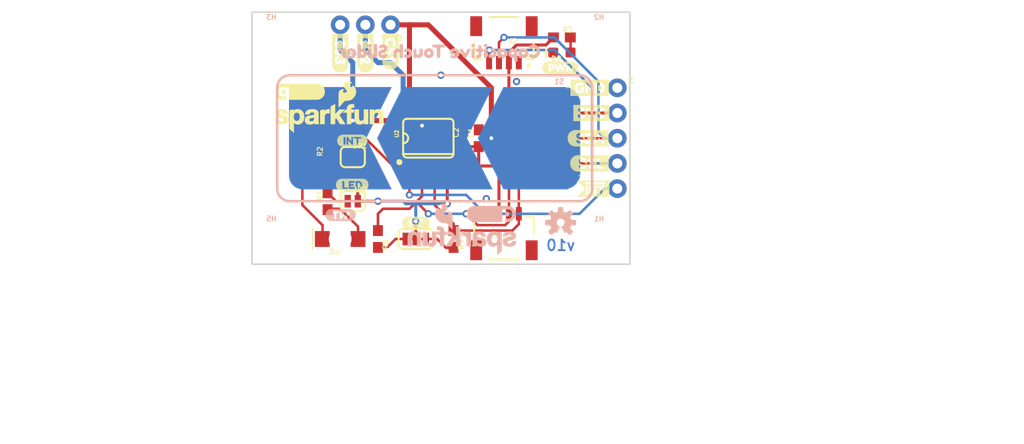
<source format=kicad_pcb>
(kicad_pcb (version 20211014) (generator pcbnew)
  (layers (0 "F.Cu" signal) (31 "B.Cu" signal) (34 "B.Paste" user) (35 "F.Paste" user) (36 "B.SilkS" user "B.Silkscreen") (37 "F.SilkS" user "F.Silkscreen") (38 "B.Mask" user) (39 "F.Mask" user) (44 "Edge.Cuts" user))
  (net 0 "")
  (net 1 "GND")
  (net 2 "3.3V")
  (net 3 "N$1")
  (net 4 "N$3")
  (net 5 "N$6")
  (net 6 "~{INT}")
  (net 7 "N$2")
  (net 8 "SDA")
  (net 9 "SCL")
  (net 10 "CS1")
  (net 11 "CS2")
  (net 12 "CS3")
  (net 13 "N$4")
  (net 14 "N$5")
  (footprint "boardEagle:1X05_NO_SILK" (layer "F.Cu") (at 166.2811 99.9236 -90)
    (fp_text reference "J4" (at -1.27 -1.397 90) (layer "F.SilkS") (effects (font (size 0.512064 0.512064) (thickness 0.097536)) (justify right)))
    (fp_text value "I2C Breakout Pins")
    (pad "1" thru_hole circle (at 0 0) (size 1.8796 1.8796) (drill 1.016) (layers *.Cu *.Mask) (net 1 "GND"))
    (pad "2" thru_hole circle (at 2.54 0) (size 1.8796 1.8796) (drill 1.016) (layers *.Cu *.Mask) (net 2 "3.3V"))
    (pad "3" thru_hole circle (at 5.08 0) (size 1.8796 1.8796) (drill 1.016) (layers *.Cu *.Mask) (net 8 "SDA"))
    (pad "4" thru_hole circle (at 7.62 0) (size 1.8796 1.8796) (drill 1.016) (layers *.Cu *.Mask) (net 9 "SCL"))
    (pad "5" thru_hole circle (at 10.16 0) (size 1.8796 1.8796) (drill 1.016) (layers *.Cu *.Mask) (net 6 "~{INT}"))
  )
  (footprint "boardEagle:0603" (layer "F.Cu") (at 149.7711 115.1636 -90)
    (fp_text reference "R4" (at 0 -0.762 90) (layer "F.SilkS") (effects (font (size 0.512064 0.512064) (thickness 0.097536)) (justify right)))
    (fp_text value "2.2k")
    (pad "1" smd rect (at -0.85 0 270) (size 1.1 1) (layers "F.Cu" "F.Paste" "F.Mask") (net 9 "SCL"))
    (pad "2" smd rect (at 0.85 0 270) (size 1.1 1) (layers "F.Cu" "F.Paste" "F.Mask") (net 13 "N$4"))
  )
  (footprint "boardEagle:INT0" (layer "F.Cu") (at 137.9601 105.2576)
    (fp_text reference "U$14" hide)
    (fp_text value "" hide)
  )
  (footprint "boardEagle:CREATIVE_COMMONS" (layer "F.Cu") (at 124.3711 135.4836)
    (fp_text reference "FRAME1" hide)
    (fp_text value "FRAME-LETTER" hide)
  )
  (footprint "boardEagle:I_SUPER2_C-()-03" (layer "F.Cu") (at 144.5641 113.5126)
    (fp_text reference "U$13" hide)
    (fp_text value "" hide)
  )
  (footprint "boardEagle:CS10" (layer "F.Cu") (at 143.4211 93.9546 -90)
    (fp_text reference "U$10" hide)
    (fp_text value "" hide)
  )
  (footprint "boardEagle:LED-1206-BOTTOM" (layer "F.Cu") (at 138.3411 115.1636 180)
    (fp_text reference "D3" (at 0 -1.27) (layer "F.SilkS") (effects (font (size 0.512064 0.512064) (thickness 0.097536)) (justify right)))
    (fp_text value "Green")
    (pad "" np_thru_hole circle (at 0 0 180) (size 2.3 2.3) (drill 2.3) (layers *.Cu *.Mask))
    (pad "A" smd rect (at -1.8 0 180) (size 1.5 1.6) (layers "F.Cu" "F.Paste" "F.Mask") (net 5 "N$6"))
    (pad "C" smd rect (at 1.8 0 180) (size 1.5 1.6) (layers "F.Cu" "F.Paste" "F.Mask") (net 6 "~{INT}"))
  )
  (footprint "boardEagle:SMT-JUMPER_2_NC_TRACE_SILK" (layer "F.Cu") (at 139.6111 111.3536)
    (fp_text reference "JP2" (at 0 -1.143) (layer "F.SilkS") (effects (font (size 0.512064 0.512064) (thickness 0.097536)) (justify left)))
    (fp_text value "JUMPER-SMT_2_NC_TRACE_SILK")
    (fp_poly (pts (xy -0.2032 0.127) (xy 0.2032 0.127) (xy 0.2032 -0.127) (xy -0.2032 -0.127)) (layer "F.Cu") (width 0) (fill solid))
    (pad "1" smd rect (at -0.508 0) (size 0.635 1.27) (layers "F.Cu" "F.Mask") (net 4 "N$3"))
    (pad "2" smd rect (at 0.508 0) (size 0.635 1.27) (layers "F.Cu" "F.Mask") (net 2 "3.3V"))
  )
  (footprint "boardEagle:PWR-()-03" (layer "F.Cu") (at 158.6611 97.8916)
    (fp_text reference "U$15" hide)
    (fp_text value "" hide)
  )
  (footprint "boardEagle:SO08-TIGHT" (layer "F.Cu") (at 147.2311 105.0036)
    (fp_text reference "U2" (at -3.175 0 90) (layer "F.SilkS") (effects (font (size 0.381 0.381) (thickness 0.2286)) (justify left)))
    (fp_text value "CAP1203")
    (pad "1" smd rect (at -1.905 2.8) (size 0.6 1.2) (layers "F.Cu" "F.Paste" "F.Mask") (net 6 "~{INT}"))
    (pad "2" smd rect (at -0.635 2.8) (size 0.6 1.2) (layers "F.Cu" "F.Paste" "F.Mask") (net 8 "SDA"))
    (pad "3" smd rect (at 0.635 2.8) (size 0.6 1.2) (layers "F.Cu" "F.Paste" "F.Mask") (net 9 "SCL"))
    (pad "4" smd rect (at 1.905 2.8) (size 0.6 1.2) (layers "F.Cu" "F.Paste" "F.Mask") (net 2 "3.3V"))
    (pad "5" smd rect (at 1.905 -2.8) (size 0.6 1.2) (layers "F.Cu" "F.Paste" "F.Mask") (net 1 "GND"))
    (pad "6" smd rect (at 0.635 -2.8) (size 0.6 1.2) (layers "F.Cu" "F.Paste" "F.Mask") (net 12 "CS3"))
    (pad "7" smd rect (at -0.635 -2.8) (size 0.6 1.2) (layers "F.Cu" "F.Paste" "F.Mask") (net 11 "CS2"))
    (pad "8" smd rect (at -1.905 -2.8) (size 0.6 1.2) (layers "F.Cu" "F.Paste" "F.Mask") (net 10 "CS1"))
  )
  (footprint "boardEagle:0603" (layer "F.Cu") (at 142.1511 115.1636 -90)
    (fp_text reference "R5" (at 0 -0.762 90) (layer "F.SilkS") (effects (font (size 0.512064 0.512064) (thickness 0.097536)) (justify right)))
    (fp_text value "2.2k")
    (pad "1" smd rect (at -0.85 0 270) (size 1.1 1) (layers "F.Cu" "F.Paste" "F.Mask") (net 8 "SDA"))
    (pad "2" smd rect (at 0.85 0 270) (size 1.1 1) (layers "F.Cu" "F.Paste" "F.Mask") (net 14 "N$5"))
  )
  (footprint "boardEagle:0603" (layer "F.Cu") (at 137.0711 111.3536 90)
    (fp_text reference "R1" (at 0 -0.762 90) (layer "F.SilkS") (effects (font (size 0.512064 0.512064) (thickness 0.097536)) (justify left)))
    (fp_text value "1k")
    (pad "1" smd rect (at -0.85 0 90) (size 1.1 1) (layers "F.Cu" "F.Paste" "F.Mask") (net 5 "N$6"))
    (pad "2" smd rect (at 0.85 0 90) (size 1.1 1) (layers "F.Cu" "F.Paste" "F.Mask") (net 4 "N$3"))
  )
  (footprint "boardEagle:LED-0603" (layer "F.Cu") (at 160.6931 96.3676 180)
    (fp_text reference "D2" (at 0 -0.635) (layer "F.SilkS") (effects (font (size 0.512064 0.512064) (thickness 0.097536)) (justify right)))
    (fp_text value "RED")
    (pad "A" smd roundrect (at -0.877 0 90) (size 1 1) (layers "F.Cu" "F.Paste" "F.Mask") (roundrect_rratio 0.15) (net 7 "N$2"))
    (pad "C" smd roundrect (at 0.877 0 90) (size 1 1) (layers "F.Cu" "F.Paste" "F.Mask") (roundrect_rratio 0.15) (net 1 "GND"))
  )
  (footprint "boardEagle:SDA4" (layer "F.Cu") (at 161.2011 105.0036)
    (fp_text reference "U$9" hide)
    (fp_text value "" hide)
  )
  (footprint "boardEagle:LED0" (layer "F.Cu") (at 137.8331 109.7026)
    (fp_text reference "U$16" hide)
    (fp_text value "" hide)
  )
  (footprint "boardEagle:JST04_1MM_RA" (layer "F.Cu") (at 154.8511 112.6236)
    (fp_text reference "J1" (at -1.397 2.159) (layer "F.SilkS") (effects (font (size 0.512064 0.512064) (thickness 0.097536)) (justify left)))
    (fp_text value "Qwiic Right Angle")
    (pad "1" smd rect (at -1.5 0) (size 0.6 1.35) (layers "F.Cu" "F.Paste" "F.Mask") (net 1 "GND"))
    (pad "2" smd rect (at -0.5 0) (size 0.6 1.35) (layers "F.Cu" "F.Paste" "F.Mask") (net 2 "3.3V"))
    (pad "3" smd rect (at 0.5 0) (size 0.6 1.35) (layers "F.Cu" "F.Paste" "F.Mask") (net 8 "SDA"))
    (pad "4" smd rect (at 1.5 0) (size 0.6 1.35) (layers "F.Cu" "F.Paste" "F.Mask") (net 9 "SCL"))
    (pad "NC1" smd rect (at 2.8 3.675) (size 1.2 2) (layers "F.Cu" "F.Paste" "F.Mask"))
    (pad "NC2" smd rect (at -2.8 3.675) (size 1.2 2) (layers "F.Cu" "F.Paste" "F.Mask"))
  )
  (footprint "boardEagle:3V3-04" (layer "F.Cu") (at 161.3281 102.4636)
    (fp_text reference "U$1" hide)
    (fp_text value "" hide)
  )
  (footprint "boardEagle:#INT5" (layer "F.Cu") (at 161.9631 110.0836)
    (fp_text reference "U$7" hide)
    (fp_text value "" hide)
  )
  (footprint "boardEagle:SCL3" (layer "F.Cu") (at 161.4551 107.5436)
    (fp_text reference "U$8" hide)
    (fp_text value "" hide)
  )
  (footprint "boardEagle:1X03_NO_SILK" (layer "F.Cu") (at 143.4211 93.5736 180)
    (fp_text reference "J3" (at -1.27 -1.397) (layer "F.SilkS") (effects (font (size 0.512064 0.512064) (thickness 0.097536)) (justify right)))
    (fp_text value "Cap Touch Breakout Pins")
    (pad "1" thru_hole circle (at 0 0 270) (size 1.8796 1.8796) (drill 1.016) (layers *.Cu *.Mask) (net 10 "CS1"))
    (pad "2" thru_hole circle (at 2.54 0 270) (size 1.8796 1.8796) (drill 1.016) (layers *.Cu *.Mask) (net 11 "CS2"))
    (pad "3" thru_hole circle (at 5.08 0 270) (size 1.8796 1.8796) (drill 1.016) (layers *.Cu *.Mask) (net 12 "CS3"))
  )
  (footprint "boardEagle:CS32" (layer "F.Cu") (at 138.3411 93.9546 -90)
    (fp_text reference "U$12" hide)
    (fp_text value "" hide)
  )
  (footprint "boardEagle:CS21" (layer "F.Cu") (at 140.8811 93.9546 -90)
    (fp_text reference "U$11" hide)
    (fp_text value "" hide)
  )
  (footprint "boardEagle:QWIIC_5MM" (layer "F.Cu") (at 134.2771 100.3046)
    (fp_text reference "U$17" hide)
    (fp_text value "QWIIC_LOGO_5MM" hide)
  )
  (footprint "boardEagle:0603" (layer "F.Cu") (at 150.7871 105.0036 90)
    (fp_text reference "C2" (at 0 -0.762 90) (layer "F.SilkS") (effects (font (size 0.512064 0.512064) (thickness 0.097536)) (justify left)))
    (fp_text value "1.0uF")
    (pad "1" smd rect (at -0.85 0 90) (size 1.1 1) (layers "F.Cu" "F.Paste" "F.Mask") (net 2 "3.3V"))
    (pad "2" smd rect (at 0.85 0 90) (size 1.1 1) (layers "F.Cu" "F.Paste" "F.Mask") (net 1 "GND"))
  )
  (footprint "boardEagle:JST04_1MM_RA" (layer "F.Cu") (at 154.8511 97.3836 180)
    (fp_text reference "J2" (at -1.397 2.159) (layer "F.SilkS") (effects (font (size 0.512064 0.512064) (thickness 0.097536)) (justify right)))
    (fp_text value "Qwiic Right Angle")
    (pad "1" smd rect (at -1.5 0 180) (size 0.6 1.35) (layers "F.Cu" "F.Paste" "F.Mask") (net 1 "GND"))
    (pad "2" smd rect (at -0.5 0 180) (size 0.6 1.35) (layers "F.Cu" "F.Paste" "F.Mask") (net 2 "3.3V"))
    (pad "3" smd rect (at 0.5 0 180) (size 0.6 1.35) (layers "F.Cu" "F.Paste" "F.Mask") (net 8 "SDA"))
    (pad "4" smd rect (at 1.5 0 180) (size 0.6 1.35) (layers "F.Cu" "F.Paste" "F.Mask") (net 9 "SCL"))
    (pad "NC1" smd rect (at 2.8 3.675 180) (size 1.2 2) (layers "F.Cu" "F.Paste" "F.Mask"))
    (pad "NC2" smd rect (at -2.8 3.675 180) (size 1.2 2) (layers "F.Cu" "F.Paste" "F.Mask"))
  )
  (footprint "boardEagle:0603" (layer "F.Cu") (at 152.3111 105.0036 90)
    (fp_text reference "C1" (at 0 -0.762 90) (layer "F.SilkS") (effects (font (size 0.512064 0.512064) (thickness 0.097536)) (justify left)))
    (fp_text value "0.1uF")
    (pad "1" smd rect (at -0.85 0 90) (size 1.1 1) (layers "F.Cu" "F.Paste" "F.Mask") (net 2 "3.3V"))
    (pad "2" smd rect (at 0.85 0 90) (size 1.1 1) (layers "F.Cu" "F.Paste" "F.Mask") (net 1 "GND"))
  )
  (footprint "boardEagle:0603" (layer "F.Cu") (at 160.6931 94.8436)
    (fp_text reference "R3" (at 0 -0.762) (layer "F.SilkS") (effects (font (size 0.512064 0.512064) (thickness 0.097536)) (justify left)))
    (fp_text value "1k")
    (pad "1" smd rect (at -0.85 0) (size 1.1 1) (layers "F.Cu" "F.Paste" "F.Mask") (net 2 "3.3V"))
    (pad "2" smd rect (at 0.85 0) (size 1.1 1) (layers "F.Cu" "F.Paste" "F.Mask") (net 7 "N$2"))
  )
  (footprint "boardEagle:GND-04" (layer "F.Cu") (at 161.0741 99.9236)
    (fp_text reference "U$2" hide)
    (fp_text value "" hide)
  )
  (footprint "boardEagle:SMT-JUMPER_3_2-NC_TRACE_SILK" (layer "F.Cu") (at 145.9611 115.1636)
    (fp_text reference "JP3" (at 0 -1.143) (layer "F.SilkS") (effects (font (size 0.512064 0.512064) (thickness 0.097536)) (justify left)))
    (fp_text value "JUMPER-SMT_3_2-NC_TRACE_SILK")
    (fp_poly (pts (xy 0.3048 0.127) (xy 0.7112 0.127) (xy 0.7112 -0.127) (xy 0.3048 -0.127)) (layer "F.Cu") (width 0) (fill solid))
    (fp_poly (pts (xy -0.7112 0.127) (xy -0.3048 0.127) (xy -0.3048 -0.127) (xy -0.7112 -0.127)) (layer "F.Cu") (width 0) (fill solid))
    (pad "1" smd rect (at -1.016 0) (size 0.635 1.27) (layers "F.Cu" "F.Mask") (net 14 "N$5"))
    (pad "2" smd rect (at 0 0) (size 0.635 1.27) (layers "F.Cu" "F.Mask") (net 2 "3.3V"))
    (pad "3" smd rect (at 1.016 0) (size 0.635 1.27) (layers "F.Cu" "F.Mask") (net 13 "N$4"))
  )
  (footprint "boardEagle:SFE_LOGO_NAME_FLAME_.1" (layer "F.Cu") (at 137.3251 102.9716)
    (fp_text reference "LOGO1" hide)
    (fp_text value "SFE_LOGO_NAME_FLAME.1_INCH" hide)
  )
  (footprint "boardEagle:0603" (layer "F.Cu") (at 137.0711 106.9086 90)
    (fp_text reference "R2" (at 0 -0.762 90) (layer "F.SilkS") (effects (font (size 0.512064 0.512064) (thickness 0.097536)) (justify left)))
    (fp_text value "10k")
    (pad "1" smd rect (at -0.85 0 90) (size 1.1 1) (layers "F.Cu" "F.Paste" "F.Mask") (net 6 "~{INT}"))
    (pad "2" smd rect (at 0.85 0 90) (size 1.1 1) (layers "F.Cu" "F.Paste" "F.Mask") (net 3 "N$1"))
  )
  (footprint "boardEagle:SMT-JUMPER_2_NC_TRACE_SILK" (layer "F.Cu") (at 139.6111 106.9086)
    (fp_text reference "JP1" (at 0 -1.143) (layer "F.SilkS") (effects (font (size 0.512064 0.512064) (thickness 0.097536)) (justify left)))
    (fp_text value "JUMPER-SMT_2_NC_TRACE_SILK")
    (fp_poly (pts (xy -0.2032 0.127) (xy 0.2032 0.127) (xy 0.2032 -0.127) (xy -0.2032 -0.127)) (layer "F.Cu") (width 0) (fill solid))
    (pad "1" smd rect (at -0.508 0) (size 0.635 1.27) (layers "F.Cu" "F.Mask") (net 3 "N$1"))
    (pad "2" smd rect (at 0.508 0) (size 0.635 1.27) (layers "F.Cu" "F.Mask") (net 2 "3.3V"))
  )
  (footprint "boardEagle:SFE_LOGO_NAME_FLAME_.1" (layer "B.Cu") (at 150.5331 115.2906 180)
    (fp_text reference "LOGO2" hide)
    (fp_text value "SFE_LOGO_NAME_FLAME.1_INCH" hide)
  )
  (footprint "boardEagle:STAND-OFF" (layer "B.Cu") (at 165.0111 94.8436 180)
    (fp_text reference "H2" (at 0 2.032) (layer "B.SilkS") (effects (font (size 0.512064 0.512064) (thickness 0.097536)) (justify left mirror)))
    (fp_text value "STAND-OFF")
    (pad "" np_thru_hole circle (at 0 0 180) (size 3.302 3.302) (drill 3.302) (layers *.Cu *.Mask))
  )
  (footprint "boardEagle:CAPACITIVE_TOUCH_SLIDER0" (layer "B.Cu") (at 159.6771 96.2406 180)
    (fp_text reference "U$18" hide)
    (fp_text value "" hide)
  )
  (footprint "boardEagle:STAND-OFF" (layer "B.Cu") (at 131.9911 94.8436 180)
    (fp_text reference "H3" (at 0 2.032) (layer "B.SilkS") (effects (font (size 0.512064 0.512064) (thickness 0.097536)) (justify left mirror)))
    (fp_text value "STAND-OFF")
    (pad "" np_thru_hole circle (at 0 0 180) (size 3.302 3.302) (drill 3.302) (layers *.Cu *.Mask))
  )
  (footprint "boardEagle:STAND-OFF" (layer "B.Cu") (at 131.9911 115.1636 180)
    (fp_text reference "H5" (at 0 2.032) (layer "B.SilkS") (effects (font (size 0.512064 0.512064) (thickness 0.097536)) (justify left mirror)))
    (fp_text value "STAND-OFF")
    (pad "" np_thru_hole circle (at 0 0 180) (size 3.302 3.302) (drill 3.302) (layers *.Cu *.Mask))
  )
  (footprint "boardEagle:INT0" (layer "B.Cu") (at 139.9921 112.7506 180)
    (fp_text reference "U$5" hide)
    (fp_text value "" hide)
  )
  (footprint "boardEagle:QWIIC_5MM" (layer "B.Cu") (at 153.5811 112.6236 180)
    (fp_text reference "U$4" hide)
    (fp_text value "QWIIC_LOGO_5MM" hide)
  )
  (footprint "boardEagle:STAND-OFF" (layer "B.Cu") (at 165.0111 115.1636 180)
    (fp_text reference "H1" (at 0 2.032) (layer "B.SilkS") (effects (font (size 0.512064 0.512064) (thickness 0.097536)) (justify left mirror)))
    (fp_text value "STAND-OFF")
    (pad "" np_thru_hole circle (at 0 0 180) (size 3.302 3.302) (drill 3.302) (layers *.Cu *.Mask))
  )
  (footprint "boardEagle:OSHW-LOGO-S" (layer "B.Cu") (at 160.5661 113.5126 180)
    (fp_text reference "LOGO3" hide)
    (fp_text value "OSHW-LOGOS" hide)
  )
  (footprint "boardEagle:CAP_SENSE_SLIDER" (layer "B.Cu") (at 147.2311 105.0036 180)
    (fp_text reference "S1" (at -13.716 5.715) (layer "B.SilkS") (effects (font (size 0.512064 0.512064) (thickness 0.097536)) (justify left mirror)))
    (fp_text value "")
    (fp_poly (pts (xy 12.933815 5.136035) (xy 13.160528 5.075288) (xy 13.373246 4.976095) (xy 13.565508 4.841472) (xy 13.731472 4.675508) (xy 13.866095 4.483246) (xy 13.965288 4.270528) (xy 14.026035 4.043815) (xy 14.0462 3.813327) (xy 14.0462 -3.814155) (xy 14.021132 -4.043348) (xy 13.957213 -4.26727) (xy 13.856519 -4.477237) (xy 13.721921 -4.667262) (xy 13.557262 -4.831921) (xy 13.367237 -4.966519) (xy 13.15727 -5.067213) (xy 12.933348 -5.131132) (xy 12.704155 -5.1562) (xy 3.686706 -5.1562) (xy 6.264806 0) (xy 3.686706 5.1562) (xy 12.703327 5.1562)) (layer "B.Cu") (width 0) (fill solid))
    (fp_poly (pts (xy -4.994806 0) (xy -7.572906 -5.1562) (xy -13.985899 -5.1562) (xy -14.499046 -4.932317) (xy -14.726534 -4.764422) (xy -14.924423 -4.566533) (xy -15.090609 -4.341358) (xy -15.221379 -4.09393) (xy -15.311924 -3.835166) (xy -15.24 -3.809999) (xy -15.1638 -3.809999) (xy -15.1638 -3.7338) (xy -15.3162 -3.7338) (xy -15.3162 3.825899) (xy -15.092317 4.339046) (xy -14.924422 4.566534) (xy -14.726533 4.764423) (xy -14.501358 4.930609) (xy -14.25393 5.061379) (xy -13.995166 5.151924) (xy -13.969999 5.08) (xy -13.969999 5.0038) (xy -13.8938 5.0038) (xy -13.8938 5.1562) (xy -7.572906 5.1562)) (layer "B.Cu") (width 0) (fill solid))
    (fp_poly (pts (xy 5.165194 0) (xy 2.587094 -5.1562) (xy -6.473294 -5.1562) (xy -3.895194 0) (xy -6.473294 5.1562) (xy 2.587094 5.1562)) (layer "B.Cu") (width 0) (fill solid))
    (pad "1" smd rect (at -10.16 0 180) (size 1.27 0.635) (layers "B.Cu") (net 10 "CS1"))
    (pad "2" smd rect (at 0 0 180) (size 1.27 0.635) (layers "B.Cu") (net 11 "CS2"))
    (pad "3" smd rect (at 10.16 0 180) (size 1.27 0.635) (layers "B.Cu") (net 12 "CS3"))
  )
  (gr_arc (start 162.4711 98.6536) (mid 163.369126 99.025574) (end 163.7411 99.9236) (layer "B.SilkS") (width 0.254))
  (gr_arc (start 163.7411 110.0836) (mid 163.369126 110.981626) (end 162.4711 111.3536) (layer "B.SilkS") (width 0.254))
  (gr_line (start 162.4711 111.3536) (end 133.2611 111.3536) (layer "B.SilkS") (width 0.254))
  (gr_arc (start 131.9911 99.9236) (mid 132.363074 99.025574) (end 133.2611 98.6536) (layer "B.SilkS") (width 0.254))
  (gr_line (start 133.2611 98.6536) (end 162.4711 98.6536) (layer "B.SilkS") (width 0.254))
  (gr_line (start 131.9911 110.0836) (end 131.9911 99.9236) (layer "B.SilkS") (width 0.254))
  (gr_arc (start 133.2611 111.3536) (mid 132.363074 110.981626) (end 131.9911 110.0836) (layer "B.SilkS") (width 0.254))
  (gr_line (start 163.7411 99.9236) (end 163.7411 110.0836) (layer "B.SilkS") (width 0.254))
  (gr_line (start 129.4511 92.3036) (end 129.4511 117.7036) (layer "Edge.Cuts") (width 0.1524))
  (gr_line (start 167.5511 117.7036) (end 129.4511 117.7036) (layer "Edge.Cuts") (width 0.1524))
  (gr_line (start 167.5511 117.7036) (end 167.5511 92.3036) (layer "Edge.Cuts") (width 0.1524))
  (gr_line (start 167.5511 92.3036) (end 129.4511 92.3036) (layer "Edge.Cuts") (width 0.1524))
  (gr_text "v10" (at 160.5661 115.7986) (layer "B.Cu") (effects (font (size 1.0795 1.0795) (thickness 0.1905)) (justify mirror)))
  (via (at 148.5011 98.6536) (size 0.7366) (drill 0.381) (layers "F.Cu" "B.Cu") (net 1))
  (via (at 153.0731 111.0996) (size 0.7366) (drill 0.381) (layers "F.Cu" "B.Cu") (net 1))
  (via (at 156.1211 99.2886) (size 0.7366) (drill 0.381) (layers "F.Cu" "B.Cu") (net 1))
  (segment (start 152.3051 105.8596) (end 152.3051 107.8036) (width 0.3048) (layer "F.Cu") (net 2))
  (segment (start 154.7911 107.8036) (end 155.3511 107.2436) (width 0.3048) (layer "F.Cu") (net 2))
  (segment (start 159.0811 95.6056) (end 156.1211 95.6056) (width 0.3048) (layer "F.Cu") (net 2))
  (segment (start 154.3431 107.8036) (end 154.7911 107.8036) (width 0.3048) (layer "F.Cu") (net 2))
  (segment (start 150.7871 105.8536) (end 152.3111 105.8536) (width 0.3048) (layer "F.Cu") (net 2))
  (segment (start 154.3511 112.6236) (end 154.3511 107.8116) (width 0.3048) (layer "F.Cu") (net 2))
  (segment (start 152.3111 105.8536) (end 152.3051 105.8596) (width 0.3048) (layer "F.Cu") (net 2))
  (segment (start 152.3051 107.8036) (end 149.1361 107.8036) (width 0.3048) (layer "F.Cu") (net 2))
  (segment (start 140.1191 111.3536) (end 142.1511 111.3536) (width 0.3048) (layer "F.Cu") (net 2))
  (segment (start 156.1211 95.6056) (end 155.3511 96.3756) (width 0.3048) (layer "F.Cu") (net 2))
  (segment (start 154.3511 107.8116) (end 154.3431 107.8036) (width 0.3048) (layer "F.Cu") (net 2))
  (segment (start 140.1191 106.9086) (end 140.1191 111.3536) (width 0.3048) (layer "F.Cu") (net 2))
  (segment (start 155.3511 96.3756) (end 155.3511 97.3836) (width 0.3048) (layer "F.Cu") (net 2))
  (segment (start 155.3511 102.4636) (end 155.3511 107.2436) (width 0.3048) (layer "F.Cu") (net 2))
  (segment (start 152.3051 107.8036) (end 154.3431 107.8036) (width 0.3048) (layer "F.Cu") (net 2))
  (segment (start 166.2811 102.4636) (end 155.3511 102.4636) (width 0.3048) (layer "F.Cu") (net 2))
  (segment (start 159.8431 94.8436) (end 159.0811 95.6056) (width 0.3048) (layer "F.Cu") (net 2))
  (segment (start 145.9611 113.3856) (end 145.9611 115.1636) (width 0.3048) (layer "F.Cu") (net 2))
  (segment (start 155.3511 97.3836) (end 155.3511 102.4636) (width 0.3048) (layer "F.Cu") (net 2))
  (segment (start 149.1361 107.8036) (end 149.1361 111.6076) (width 0.3048) (layer "F.Cu") (net 2))
  (via (at 145.9611 113.3856) (size 0.7366) (drill 0.381) (layers "F.Cu" "B.Cu") (net 2))
  (via (at 149.1361 111.6076) (size 0.7366) (drill 0.381) (layers "F.Cu" "B.Cu") (net 2))
  (via (at 142.1511 111.3536) (size 0.7366) (drill 0.381) (layers "F.Cu" "B.Cu") (net 2))
  (segment (start 144.6911 111.3536) (end 142.1511 111.3536) (width 0.3048) (layer "B.Cu") (net 2))
  (segment (start 145.9611 111.6076) (end 145.9611 113.3856) (width 0.3048) (layer "B.Cu") (net 2))
  (segment (start 149.1361 111.6076) (end 145.9611 111.6076) (width 0.3048) (layer "B.Cu") (net 2))
  (segment (start 145.9611 111.6076) (end 144.9451 111.6076) (width 0.3048) (layer "B.Cu") (net 2))
  (segment (start 144.9451 111.6076) (end 144.6911 111.3536) (width 0.3048) (layer "B.Cu") (net 2))
  (segment (start 137.9211 106.9086) (end 137.0711 106.0586) (width 0.254) (layer "F.Cu") (net 3))
  (segment (start 139.1031 106.9086) (end 137.9211 106.9086) (width 0.254) (layer "F.Cu") (net 3))
  (segment (start 139.1031 111.3536) (end 137.9211 111.3536) (width 0.254) (layer "F.Cu") (net 4))
  (segment (start 137.9211 111.3536) (end 137.0711 110.5036) (width 0.254) (layer "F.Cu") (net 4))
  (segment (start 140.1411 113.9156) (end 140.1411 115.1636) (width 0.254) (layer "F.Cu") (net 5))
  (segment (start 138.3411 112.1156) (end 137.1591 112.1156) (width 0.254) (layer "F.Cu") (net 5))
  (segment (start 140.1411 113.9156) (end 138.3411 112.1156) (width 0.254) (layer "F.Cu") (net 5))
  (segment (start 137.1591 112.1156) (end 137.0711 112.2036) (width 0.254) (layer "F.Cu") (net 5))
  (segment (start 140.8811 105.0036) (end 143.6811 107.8036) (width 0.254) (layer "F.Cu") (net 6))
  (segment (start 136.5631 115.1416) (end 136.5411 115.1636) (width 0.254) (layer "F.Cu") (net 6))
  (segment (start 134.5311 111.7346) (end 136.5631 113.7666) (width 0.254) (layer "F.Cu") (net 6))
  (segment (start 134.5311 107.7586) (end 134.5311 111.7346) (width 0.254) (layer "F.Cu") (net 6))
  (segment (start 137.0711 107.7586) (end 134.5311 107.7586) (width 0.254) (layer "F.Cu") (net 6))
  (segment (start 134.5311 106.2736) (end 134.5311 107.7586) (width 0.254) (layer "F.Cu") (net 6))
  (segment (start 140.8811 105.0036) (end 135.8011 105.0036) (width 0.254) (layer "F.Cu") (net 6))
  (segment (start 145.3261 107.8036) (end 143.6811 107.8036) (width 0.254) (layer "F.Cu") (net 6))
  (segment (start 136.5631 113.7666) (end 136.5631 115.1416) (width 0.254) (layer "F.Cu") (net 6))
  (segment (start 145.3261 110.7186) (end 145.3261 107.8036) (width 0.254) (layer "F.Cu") (net 6))
  (segment (start 135.8011 105.0036) (end 134.5311 106.2736) (width 0.254) (layer "F.Cu") (net 6))
  (via (at 145.3261 110.7186) (size 0.7366) (drill 0.381) (layers "F.Cu" "B.Cu") (net 6))
  (segment (start 152.9461 112.6236) (end 151.0411 110.7186) (width 0.254) (layer "B.Cu") (net 6))
  (segment (start 151.0411 110.7186) (end 145.3261 110.7186) (width 0.254) (layer "B.Cu") (net 6))
  (segment (start 166.2811 110.0836) (end 165.0111 110.0836) (width 0.254) (layer "B.Cu") (net 6))
  (segment (start 165.0111 110.0836) (end 162.4711 112.6236) (width 0.254) (layer "B.Cu") (net 6))
  (segment (start 162.4711 112.6236) (end 152.9461 112.6236) (width 0.254) (layer "B.Cu") (net 6))
  (segment (start 161.5701 94.8706) (end 161.5701 96.3676) (width 0.254) (layer "F.Cu") (net 7))
  (segment (start 161.5431 94.8436) (end 161.5701 94.8706) (width 0.254) (layer "F.Cu") (net 7))
  (segment (start 142.6591 112.1156) (end 142.1511 112.6236) (width 0.254) (layer "F.Cu") (net 8))
  (segment (start 155.3511 112.6236) (end 155.3511 113.3936) (width 0.254) (layer "F.Cu") (net 8))
  (segment (start 154.9781 113.7666) (end 152.1841 113.7666) (width 0.254) (layer "F.Cu") (net 8))
  (segment (start 155.3591 112.6156) (end 155.3511 112.6236) (width 0.254) (layer "F.Cu") (net 8))
  (segment (start 146.0246 111.4171) (end 146.5961 110.8456) (width 0.254) (layer "F.Cu") (net 8))
  (segment (start 154.3511 97.3836) (end 154.3511 95.3436) (width 0.254) (layer "F.Cu") (net 8))
  (segment (start 146.5961 110.8456) (end 146.5961 107.8036) (width 0.254) (layer "F.Cu") (net 8))
  (segment (start 155.3511 113.3936) (end 154.9781 113.7666) (width 0.254) (layer "F.Cu") (net 8))
  (segment (start 152.1841 113.7666) (end 151.0411 112.6236) (width 0.254) (layer "F.Cu") (net 8))
  (segment (start 159.9311 105.0036) (end 155.3591 109.5756) (width 0.254) (layer "F.Cu") (net 8))
  (segment (start 142.6591 112.1156) (end 145.3261 112.1156) (width 0.254) (layer "F.Cu") (net 8))
  (segment (start 166.2811 105.0036) (end 159.9311 105.0036) (width 0.254) (layer "F.Cu") (net 8))
  (segment (start 142.1511 112.6236) (end 142.1511 114.3136) (width 0.254) (layer "F.Cu") (net 8))
  (segment (start 154.3511 95.3436) (end 154.8511 94.8436) (width 0.254) (layer "F.Cu") (net 8))
  (segment (start 147.2311 112.6236) (end 146.0246 111.4171) (width 0.254) (layer "F.Cu") (net 8))
  (segment (start 145.3261 112.1156) (end 146.0246 111.4171) (width 0.254) (layer "F.Cu") (net 8))
  (segment (start 155.3591 109.5756) (end 155.3591 112.6156) (width 0.254) (layer "F.Cu") (net 8))
  (via (at 147.2311 112.6236) (size 0.7366) (drill 0.381) (layers "F.Cu" "B.Cu") (net 8))
  (via (at 154.8511 94.8436) (size 0.7366) (drill 0.381) (layers "F.Cu" "B.Cu") (net 8))
  (via (at 151.0411 112.6236) (size 0.7366) (drill 0.381) (layers "F.Cu" "B.Cu") (net 8))
  (segment (start 159.9311 94.8436) (end 164.3761 99.2886) (width 0.254) (layer "B.Cu") (net 8))
  (segment (start 151.0411 112.6236) (end 147.2311 112.6236) (width 0.254) (layer "B.Cu") (net 8))
  (segment (start 154.8511 94.8436) (end 159.9311 94.8436) (width 0.254) (layer "B.Cu") (net 8))
  (segment (start 164.3761 99.2886) (end 164.3761 104.3686) (width 0.254) (layer "B.Cu") (net 8))
  (segment (start 164.3761 104.3686) (end 165.0111 105.0036) (width 0.254) (layer "B.Cu") (net 8))
  (segment (start 165.0111 105.0036) (end 166.2811 105.0036) (width 0.254) (layer "B.Cu") (net 8))
  (segment (start 155.7011 114.3136) (end 149.7711 114.3136) (width 0.254) (layer "F.Cu") (net 9))
  (segment (start 156.3511 112.6236) (end 156.3511 113.6636) (width 0.254) (layer "F.Cu") (net 9))
  (segment (start 153.3511 96.1405) (end 153.3511 97.3836) (width 0.254) (layer "F.Cu") (net 9))
  (segment (start 166.2811 107.5436) (end 158.6611 107.5436) (width 0.254) (layer "F.Cu") (net 9))
  (segment (start 156.3511 113.6636) (end 155.7011 114.3136) (width 0.254) (layer "F.Cu") (net 9))
  (segment (start 147.8661 111.7346) (end 149.7711 113.6396) (width 0.254) (layer "F.Cu") (net 9))
  (segment (start 147.8661 107.8036) (end 147.8661 111.7346) (width 0.254) (layer "F.Cu") (net 9))
  (segment (start 156.3511 109.8536) (end 156.3511 112.6236) (width 0.254) (layer "F.Cu") (net 9))
  (segment (start 158.6611 107.5436) (end 156.3511 109.8536) (width 0.254) (layer "F.Cu") (net 9))
  (segment (start 153.378 96.1136) (end 153.3511 96.1405) (width 0.254) (layer "F.Cu") (net 9))
  (segment (start 149.7711 113.6396) (end 149.7711 114.3136) (width 0.254) (layer "F.Cu") (net 9))
  (via (at 153.378 96.1136) (size 0.7366) (drill 0.381) (layers "F.Cu" "B.Cu") (net 9))
  (segment (start 163.7411 99.9236) (end 159.9311 96.1136) (width 0.254) (layer "B.Cu") (net 9))
  (segment (start 163.7411 107.5436) (end 163.7411 99.9236) (width 0.254) (layer "B.Cu") (net 9))
  (segment (start 166.2811 107.5436) (end 163.7411 107.5436) (width 0.254) (layer "B.Cu") (net 9))
  (segment (start 159.9311 96.1136) (end 153.378 96.1136) (width 0.254) (layer "B.Cu") (net 9))
  (segment (start 145.3261 93.5736) (end 143.4211 93.5736) (width 0.508) (layer "F.Cu") (net 10))
  (segment (start 147.2311 93.5736) (end 153.5811 99.9236) (width 0.508) (layer "F.Cu") (net 10))
  (segment (start 145.3261 93.5736) (end 147.2311 93.5736) (width 0.508) (layer "F.Cu") (net 10))
  (segment (start 153.5811 99.9236) (end 153.5811 105.0036) (width 0.508) (layer "F.Cu") (net 10))
  (segment (start 145.3261 102.2036) (end 145.3261 93.5736) (width 0.508) (layer "F.Cu") (net 10))
  (via (at 153.5811 105.0036) (size 0.7366) (drill 0.381) (layers "F.Cu" "B.Cu") (net 10))
  (segment (start 157.3911 105.0036) (end 153.5811 105.0036) (width 0.508) (layer "B.Cu") (net 10))
  (segment (start 146.5961 102.2036) (end 146.5961 103.7336) (width 0.508) (layer "F.Cu") (net 11))
  (via (at 146.5961 103.7336) (size 0.7366) (drill 0.381) (layers "F.Cu" "B.Cu") (net 11))
  (segment (start 146.5961 104.3686) (end 146.5961 103.7336) (width 0.508) (layer "B.Cu") (net 11))
  (segment (start 140.8811 96.1136) (end 140.8811 93.5736) (width 0.508) (layer "B.Cu") (net 11))
  (segment (start 147.2311 105.0036) (end 146.5961 104.3686) (width 0.508) (layer "B.Cu") (net 11))
  (segment (start 143.4211 97.3836) (end 142.1511 97.3836) (width 0.508) (layer "B.Cu") (net 11))
  (segment (start 142.1511 97.3836) (end 140.8811 96.1136) (width 0.508) (layer "B.Cu") (net 11))
  (segment (start 144.6911 98.6536) (end 143.4211 97.3836) (width 0.508) (layer "B.Cu") (net 11))
  (segment (start 144.6911 101.8286) (end 144.6911 98.6536) (width 0.508) (layer "B.Cu") (net 11))
  (segment (start 146.5961 103.7336) (end 144.6911 101.8286) (width 0.508) (layer "B.Cu") (net 11))
  (segment (start 147.8661 104.3686) (end 147.2311 105.0036) (width 0.508) (layer "F.Cu") (net 12))
  (segment (start 147.2311 105.0036) (end 145.9611 105.0036) (width 0.508) (layer "F.Cu") (net 12))
  (segment (start 144.1831 103.2256) (end 139.6111 103.2256) (width 0.508) (layer "F.Cu") (net 12))
  (segment (start 147.8661 102.2036) (end 147.8661 104.3686) (width 0.508) (layer "F.Cu") (net 12))
  (segment (start 145.9611 105.0036) (end 144.1831 103.2256) (width 0.508) (layer "F.Cu") (net 12))
  (via (at 139.6111 103.2256) (size 0.7366) (drill 0.381) (layers "F.Cu" "B.Cu") (net 12))
  (segment (start 139.6111 103.2256) (end 139.6111 97.3836) (width 0.508) (layer "B.Cu") (net 12))
  (segment (start 138.3411 96.1136) (end 138.3411 93.5736) (width 0.508) (layer "B.Cu") (net 12))
  (segment (start 139.6111 103.2256) (end 138.8491 103.2256) (width 0.508) (layer "B.Cu") (net 12))
  (segment (start 138.8491 103.2256) (end 137.0711 105.0036) (width 0.508) (layer "B.Cu") (net 12))
  (segment (start 139.6111 97.3836) (end 138.3411 96.1136) (width 0.508) (layer "B.Cu") (net 12))
  (segment (start 149.0091 116.0526) (end 149.7321 116.0526) (width 0.254) (layer "F.Cu") (net 13))
  (segment (start 146.9771 115.1636) (end 148.1201 115.1636) (width 0.254) (layer "F.Cu") (net 13))
  (segment (start 148.1201 115.1636) (end 149.0091 116.0526) (width 0.254) (layer "F.Cu") (net 13))
  (segment (start 149.7321 116.0526) (end 149.7711 116.0136) (width 0.254) (layer "F.Cu") (net 13))
  (segment (start 143.0791 116.0136) (end 142.1511 116.0136) (width 0.254) (layer "F.Cu") (net 14))
  (segment (start 144.9451 115.1636) (end 143.9291 115.1636) (width 0.254) (layer "F.Cu") (net 14))
  (segment (start 143.9291 115.1636) (end 143.0791 116.0136) (width 0.254) (layer "F.Cu") (net 14))
)
</source>
